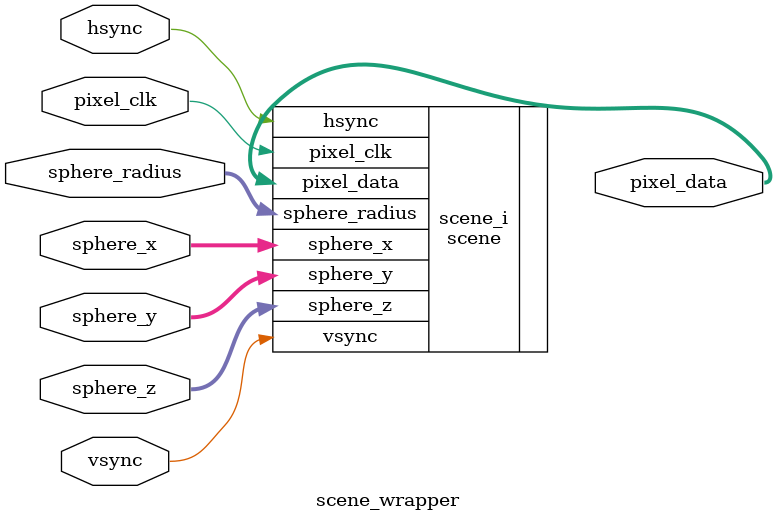
<source format=v>
module scene_wrapper (
    input pixel_clk,
    input hsync,
    input vsync,
    input [23:0] sphere_x,
    input [23:0] sphere_y,
    input [23:0] sphere_z,
    input [23:0] sphere_radius,
    output [31:0] pixel_data
);

    scene scene_i (
        .pixel_clk(pixel_clk),
        .hsync(hsync),
        .vsync(vsync),
        .sphere_x(sphere_x),
        .sphere_y(sphere_y),
        .sphere_z(sphere_z),
        .sphere_radius(sphere_radius),
        .pixel_data(pixel_data)
    );

endmodule
</source>
